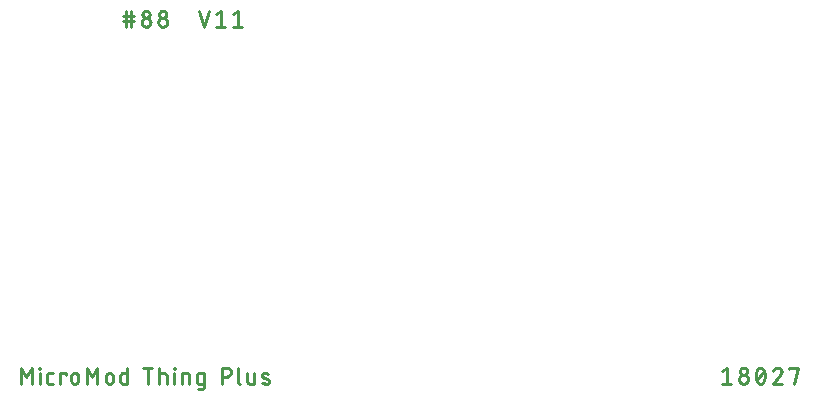
<source format=gto>
G04 EAGLE Gerber RS-274X export*
G75*
%MOMM*%
%FSLAX34Y34*%
%LPD*%
%INSilkscreen Top*%
%IPPOS*%
%AMOC8*
5,1,8,0,0,1.08239X$1,22.5*%
G01*
%ADD10C,0.228600*%


D10*
X178278Y263165D02*
X187338Y263165D01*
X187338Y267695D02*
X178278Y267695D01*
X180543Y272225D02*
X180543Y258636D01*
X185073Y258636D02*
X185073Y272225D01*
X193689Y262410D02*
X193691Y262531D01*
X193697Y262652D01*
X193706Y262772D01*
X193720Y262893D01*
X193737Y263012D01*
X193759Y263132D01*
X193784Y263250D01*
X193812Y263368D01*
X193845Y263484D01*
X193881Y263600D01*
X193921Y263714D01*
X193965Y263827D01*
X194012Y263938D01*
X194063Y264048D01*
X194117Y264156D01*
X194175Y264262D01*
X194236Y264367D01*
X194300Y264469D01*
X194368Y264570D01*
X194439Y264668D01*
X194513Y264764D01*
X194590Y264857D01*
X194669Y264948D01*
X194752Y265036D01*
X194838Y265122D01*
X194926Y265205D01*
X195017Y265284D01*
X195110Y265361D01*
X195206Y265435D01*
X195304Y265506D01*
X195405Y265574D01*
X195507Y265638D01*
X195612Y265699D01*
X195718Y265757D01*
X195826Y265811D01*
X195936Y265862D01*
X196047Y265909D01*
X196160Y265953D01*
X196274Y265993D01*
X196390Y266029D01*
X196506Y266062D01*
X196624Y266090D01*
X196742Y266115D01*
X196862Y266137D01*
X196981Y266154D01*
X197102Y266168D01*
X197222Y266177D01*
X197343Y266183D01*
X197464Y266185D01*
X197585Y266183D01*
X197706Y266177D01*
X197826Y266168D01*
X197947Y266154D01*
X198066Y266137D01*
X198186Y266115D01*
X198304Y266090D01*
X198422Y266062D01*
X198538Y266029D01*
X198654Y265993D01*
X198768Y265953D01*
X198881Y265909D01*
X198992Y265862D01*
X199102Y265811D01*
X199210Y265757D01*
X199316Y265699D01*
X199421Y265638D01*
X199523Y265574D01*
X199624Y265506D01*
X199722Y265435D01*
X199818Y265361D01*
X199911Y265284D01*
X200002Y265205D01*
X200090Y265122D01*
X200176Y265036D01*
X200259Y264948D01*
X200338Y264857D01*
X200415Y264764D01*
X200489Y264668D01*
X200560Y264570D01*
X200628Y264469D01*
X200692Y264367D01*
X200753Y264262D01*
X200811Y264156D01*
X200865Y264048D01*
X200916Y263938D01*
X200963Y263827D01*
X201007Y263714D01*
X201047Y263600D01*
X201083Y263484D01*
X201116Y263368D01*
X201144Y263250D01*
X201169Y263132D01*
X201191Y263012D01*
X201208Y262893D01*
X201222Y262772D01*
X201231Y262652D01*
X201237Y262531D01*
X201239Y262410D01*
X201237Y262289D01*
X201231Y262168D01*
X201222Y262048D01*
X201208Y261927D01*
X201191Y261808D01*
X201169Y261688D01*
X201144Y261570D01*
X201116Y261452D01*
X201083Y261336D01*
X201047Y261220D01*
X201007Y261106D01*
X200963Y260993D01*
X200916Y260882D01*
X200865Y260772D01*
X200811Y260664D01*
X200753Y260558D01*
X200692Y260453D01*
X200628Y260351D01*
X200560Y260250D01*
X200489Y260152D01*
X200415Y260056D01*
X200338Y259963D01*
X200259Y259872D01*
X200176Y259784D01*
X200090Y259698D01*
X200002Y259615D01*
X199911Y259536D01*
X199818Y259459D01*
X199722Y259385D01*
X199624Y259314D01*
X199523Y259246D01*
X199421Y259182D01*
X199316Y259121D01*
X199210Y259063D01*
X199102Y259009D01*
X198992Y258958D01*
X198881Y258911D01*
X198768Y258867D01*
X198654Y258827D01*
X198538Y258791D01*
X198422Y258758D01*
X198304Y258730D01*
X198186Y258705D01*
X198066Y258683D01*
X197947Y258666D01*
X197826Y258652D01*
X197706Y258643D01*
X197585Y258637D01*
X197464Y258635D01*
X197343Y258637D01*
X197222Y258643D01*
X197102Y258652D01*
X196981Y258666D01*
X196862Y258683D01*
X196742Y258705D01*
X196624Y258730D01*
X196506Y258758D01*
X196390Y258791D01*
X196274Y258827D01*
X196160Y258867D01*
X196047Y258911D01*
X195936Y258958D01*
X195826Y259009D01*
X195718Y259063D01*
X195612Y259121D01*
X195507Y259182D01*
X195405Y259246D01*
X195304Y259314D01*
X195206Y259385D01*
X195110Y259459D01*
X195017Y259536D01*
X194926Y259615D01*
X194838Y259698D01*
X194752Y259784D01*
X194669Y259872D01*
X194590Y259963D01*
X194513Y260056D01*
X194439Y260152D01*
X194368Y260250D01*
X194300Y260351D01*
X194236Y260453D01*
X194175Y260558D01*
X194117Y260664D01*
X194063Y260772D01*
X194012Y260882D01*
X193965Y260993D01*
X193921Y261106D01*
X193881Y261220D01*
X193845Y261336D01*
X193812Y261452D01*
X193784Y261570D01*
X193759Y261688D01*
X193737Y261808D01*
X193720Y261927D01*
X193706Y262048D01*
X193697Y262168D01*
X193691Y262289D01*
X193689Y262410D01*
X194444Y269205D02*
X194446Y269314D01*
X194452Y269423D01*
X194462Y269532D01*
X194475Y269640D01*
X194493Y269747D01*
X194515Y269854D01*
X194540Y269960D01*
X194569Y270065D01*
X194602Y270169D01*
X194639Y270272D01*
X194679Y270373D01*
X194723Y270473D01*
X194771Y270571D01*
X194822Y270668D01*
X194876Y270762D01*
X194934Y270854D01*
X194995Y270945D01*
X195060Y271033D01*
X195127Y271118D01*
X195198Y271201D01*
X195271Y271282D01*
X195348Y271360D01*
X195427Y271435D01*
X195509Y271507D01*
X195593Y271576D01*
X195680Y271642D01*
X195769Y271705D01*
X195861Y271764D01*
X195954Y271820D01*
X196049Y271873D01*
X196147Y271923D01*
X196246Y271968D01*
X196346Y272011D01*
X196448Y272049D01*
X196552Y272084D01*
X196656Y272115D01*
X196762Y272142D01*
X196868Y272166D01*
X196975Y272185D01*
X197083Y272201D01*
X197192Y272213D01*
X197301Y272221D01*
X197409Y272225D01*
X197519Y272225D01*
X197627Y272221D01*
X197736Y272213D01*
X197845Y272201D01*
X197953Y272185D01*
X198060Y272166D01*
X198166Y272142D01*
X198272Y272115D01*
X198376Y272084D01*
X198480Y272049D01*
X198582Y272011D01*
X198682Y271968D01*
X198781Y271923D01*
X198879Y271873D01*
X198974Y271820D01*
X199067Y271764D01*
X199159Y271705D01*
X199248Y271642D01*
X199335Y271576D01*
X199419Y271507D01*
X199501Y271435D01*
X199580Y271360D01*
X199657Y271282D01*
X199730Y271201D01*
X199801Y271118D01*
X199868Y271033D01*
X199933Y270945D01*
X199994Y270854D01*
X200052Y270762D01*
X200106Y270668D01*
X200157Y270571D01*
X200205Y270473D01*
X200249Y270373D01*
X200289Y270272D01*
X200326Y270169D01*
X200359Y270065D01*
X200388Y269960D01*
X200413Y269854D01*
X200435Y269747D01*
X200453Y269640D01*
X200466Y269532D01*
X200476Y269423D01*
X200482Y269314D01*
X200484Y269205D01*
X200482Y269096D01*
X200476Y268987D01*
X200466Y268878D01*
X200453Y268770D01*
X200435Y268663D01*
X200413Y268556D01*
X200388Y268450D01*
X200359Y268345D01*
X200326Y268241D01*
X200289Y268138D01*
X200249Y268037D01*
X200205Y267937D01*
X200157Y267839D01*
X200106Y267742D01*
X200052Y267648D01*
X199994Y267556D01*
X199933Y267465D01*
X199868Y267377D01*
X199801Y267292D01*
X199730Y267209D01*
X199657Y267128D01*
X199580Y267050D01*
X199501Y266975D01*
X199419Y266903D01*
X199335Y266834D01*
X199248Y266768D01*
X199159Y266705D01*
X199067Y266646D01*
X198974Y266590D01*
X198879Y266537D01*
X198781Y266487D01*
X198682Y266442D01*
X198582Y266399D01*
X198480Y266361D01*
X198376Y266326D01*
X198272Y266295D01*
X198166Y266268D01*
X198060Y266244D01*
X197953Y266225D01*
X197845Y266209D01*
X197736Y266197D01*
X197627Y266189D01*
X197519Y266185D01*
X197409Y266185D01*
X197301Y266189D01*
X197192Y266197D01*
X197083Y266209D01*
X196975Y266225D01*
X196868Y266244D01*
X196762Y266268D01*
X196656Y266295D01*
X196552Y266326D01*
X196448Y266361D01*
X196346Y266399D01*
X196246Y266442D01*
X196147Y266487D01*
X196049Y266537D01*
X195954Y266590D01*
X195861Y266646D01*
X195769Y266705D01*
X195680Y266768D01*
X195593Y266834D01*
X195509Y266903D01*
X195427Y266975D01*
X195348Y267050D01*
X195271Y267128D01*
X195198Y267209D01*
X195127Y267292D01*
X195060Y267377D01*
X194995Y267465D01*
X194934Y267556D01*
X194876Y267648D01*
X194822Y267742D01*
X194771Y267839D01*
X194723Y267937D01*
X194679Y268037D01*
X194639Y268138D01*
X194602Y268241D01*
X194569Y268345D01*
X194540Y268450D01*
X194515Y268556D01*
X194493Y268663D01*
X194475Y268770D01*
X194462Y268878D01*
X194452Y268987D01*
X194446Y269096D01*
X194444Y269205D01*
X207872Y262410D02*
X207874Y262531D01*
X207880Y262652D01*
X207889Y262772D01*
X207903Y262893D01*
X207920Y263012D01*
X207942Y263132D01*
X207967Y263250D01*
X207995Y263368D01*
X208028Y263484D01*
X208064Y263600D01*
X208104Y263714D01*
X208148Y263827D01*
X208195Y263938D01*
X208246Y264048D01*
X208300Y264156D01*
X208358Y264262D01*
X208419Y264367D01*
X208483Y264469D01*
X208551Y264570D01*
X208622Y264668D01*
X208696Y264764D01*
X208773Y264857D01*
X208852Y264948D01*
X208935Y265036D01*
X209021Y265122D01*
X209109Y265205D01*
X209200Y265284D01*
X209293Y265361D01*
X209389Y265435D01*
X209487Y265506D01*
X209588Y265574D01*
X209690Y265638D01*
X209795Y265699D01*
X209901Y265757D01*
X210009Y265811D01*
X210119Y265862D01*
X210230Y265909D01*
X210343Y265953D01*
X210457Y265993D01*
X210573Y266029D01*
X210689Y266062D01*
X210807Y266090D01*
X210925Y266115D01*
X211045Y266137D01*
X211164Y266154D01*
X211285Y266168D01*
X211405Y266177D01*
X211526Y266183D01*
X211647Y266185D01*
X211768Y266183D01*
X211889Y266177D01*
X212009Y266168D01*
X212130Y266154D01*
X212249Y266137D01*
X212369Y266115D01*
X212487Y266090D01*
X212605Y266062D01*
X212721Y266029D01*
X212837Y265993D01*
X212951Y265953D01*
X213064Y265909D01*
X213175Y265862D01*
X213285Y265811D01*
X213393Y265757D01*
X213499Y265699D01*
X213604Y265638D01*
X213706Y265574D01*
X213807Y265506D01*
X213905Y265435D01*
X214001Y265361D01*
X214094Y265284D01*
X214185Y265205D01*
X214273Y265122D01*
X214359Y265036D01*
X214442Y264948D01*
X214521Y264857D01*
X214598Y264764D01*
X214672Y264668D01*
X214743Y264570D01*
X214811Y264469D01*
X214875Y264367D01*
X214936Y264262D01*
X214994Y264156D01*
X215048Y264048D01*
X215099Y263938D01*
X215146Y263827D01*
X215190Y263714D01*
X215230Y263600D01*
X215266Y263484D01*
X215299Y263368D01*
X215327Y263250D01*
X215352Y263132D01*
X215374Y263012D01*
X215391Y262893D01*
X215405Y262772D01*
X215414Y262652D01*
X215420Y262531D01*
X215422Y262410D01*
X215420Y262289D01*
X215414Y262168D01*
X215405Y262048D01*
X215391Y261927D01*
X215374Y261808D01*
X215352Y261688D01*
X215327Y261570D01*
X215299Y261452D01*
X215266Y261336D01*
X215230Y261220D01*
X215190Y261106D01*
X215146Y260993D01*
X215099Y260882D01*
X215048Y260772D01*
X214994Y260664D01*
X214936Y260558D01*
X214875Y260453D01*
X214811Y260351D01*
X214743Y260250D01*
X214672Y260152D01*
X214598Y260056D01*
X214521Y259963D01*
X214442Y259872D01*
X214359Y259784D01*
X214273Y259698D01*
X214185Y259615D01*
X214094Y259536D01*
X214001Y259459D01*
X213905Y259385D01*
X213807Y259314D01*
X213706Y259246D01*
X213604Y259182D01*
X213499Y259121D01*
X213393Y259063D01*
X213285Y259009D01*
X213175Y258958D01*
X213064Y258911D01*
X212951Y258867D01*
X212837Y258827D01*
X212721Y258791D01*
X212605Y258758D01*
X212487Y258730D01*
X212369Y258705D01*
X212249Y258683D01*
X212130Y258666D01*
X212009Y258652D01*
X211889Y258643D01*
X211768Y258637D01*
X211647Y258635D01*
X211526Y258637D01*
X211405Y258643D01*
X211285Y258652D01*
X211164Y258666D01*
X211045Y258683D01*
X210925Y258705D01*
X210807Y258730D01*
X210689Y258758D01*
X210573Y258791D01*
X210457Y258827D01*
X210343Y258867D01*
X210230Y258911D01*
X210119Y258958D01*
X210009Y259009D01*
X209901Y259063D01*
X209795Y259121D01*
X209690Y259182D01*
X209588Y259246D01*
X209487Y259314D01*
X209389Y259385D01*
X209293Y259459D01*
X209200Y259536D01*
X209109Y259615D01*
X209021Y259698D01*
X208935Y259784D01*
X208852Y259872D01*
X208773Y259963D01*
X208696Y260056D01*
X208622Y260152D01*
X208551Y260250D01*
X208483Y260351D01*
X208419Y260453D01*
X208358Y260558D01*
X208300Y260664D01*
X208246Y260772D01*
X208195Y260882D01*
X208148Y260993D01*
X208104Y261106D01*
X208064Y261220D01*
X208028Y261336D01*
X207995Y261452D01*
X207967Y261570D01*
X207942Y261688D01*
X207920Y261808D01*
X207903Y261927D01*
X207889Y262048D01*
X207880Y262168D01*
X207874Y262289D01*
X207872Y262410D01*
X208627Y269205D02*
X208629Y269314D01*
X208635Y269423D01*
X208645Y269532D01*
X208658Y269640D01*
X208676Y269747D01*
X208698Y269854D01*
X208723Y269960D01*
X208752Y270065D01*
X208785Y270169D01*
X208822Y270272D01*
X208862Y270373D01*
X208906Y270473D01*
X208954Y270571D01*
X209005Y270668D01*
X209059Y270762D01*
X209117Y270854D01*
X209178Y270945D01*
X209243Y271033D01*
X209310Y271118D01*
X209381Y271201D01*
X209454Y271282D01*
X209531Y271360D01*
X209610Y271435D01*
X209692Y271507D01*
X209776Y271576D01*
X209863Y271642D01*
X209952Y271705D01*
X210044Y271764D01*
X210137Y271820D01*
X210232Y271873D01*
X210330Y271923D01*
X210429Y271968D01*
X210529Y272011D01*
X210631Y272049D01*
X210735Y272084D01*
X210839Y272115D01*
X210945Y272142D01*
X211051Y272166D01*
X211158Y272185D01*
X211266Y272201D01*
X211375Y272213D01*
X211484Y272221D01*
X211592Y272225D01*
X211702Y272225D01*
X211810Y272221D01*
X211919Y272213D01*
X212028Y272201D01*
X212136Y272185D01*
X212243Y272166D01*
X212349Y272142D01*
X212455Y272115D01*
X212559Y272084D01*
X212663Y272049D01*
X212765Y272011D01*
X212865Y271968D01*
X212964Y271923D01*
X213062Y271873D01*
X213157Y271820D01*
X213250Y271764D01*
X213342Y271705D01*
X213431Y271642D01*
X213518Y271576D01*
X213602Y271507D01*
X213684Y271435D01*
X213763Y271360D01*
X213840Y271282D01*
X213913Y271201D01*
X213984Y271118D01*
X214051Y271033D01*
X214116Y270945D01*
X214177Y270854D01*
X214235Y270762D01*
X214289Y270668D01*
X214340Y270571D01*
X214388Y270473D01*
X214432Y270373D01*
X214472Y270272D01*
X214509Y270169D01*
X214542Y270065D01*
X214571Y269960D01*
X214596Y269854D01*
X214618Y269747D01*
X214636Y269640D01*
X214649Y269532D01*
X214659Y269423D01*
X214665Y269314D01*
X214667Y269205D01*
X214665Y269096D01*
X214659Y268987D01*
X214649Y268878D01*
X214636Y268770D01*
X214618Y268663D01*
X214596Y268556D01*
X214571Y268450D01*
X214542Y268345D01*
X214509Y268241D01*
X214472Y268138D01*
X214432Y268037D01*
X214388Y267937D01*
X214340Y267839D01*
X214289Y267742D01*
X214235Y267648D01*
X214177Y267556D01*
X214116Y267465D01*
X214051Y267377D01*
X213984Y267292D01*
X213913Y267209D01*
X213840Y267128D01*
X213763Y267050D01*
X213684Y266975D01*
X213602Y266903D01*
X213518Y266834D01*
X213431Y266768D01*
X213342Y266705D01*
X213250Y266646D01*
X213157Y266590D01*
X213062Y266537D01*
X212964Y266487D01*
X212865Y266442D01*
X212765Y266399D01*
X212663Y266361D01*
X212559Y266326D01*
X212455Y266295D01*
X212349Y266268D01*
X212243Y266244D01*
X212136Y266225D01*
X212028Y266209D01*
X211919Y266197D01*
X211810Y266189D01*
X211702Y266185D01*
X211592Y266185D01*
X211484Y266189D01*
X211375Y266197D01*
X211266Y266209D01*
X211158Y266225D01*
X211051Y266244D01*
X210945Y266268D01*
X210839Y266295D01*
X210735Y266326D01*
X210631Y266361D01*
X210529Y266399D01*
X210429Y266442D01*
X210330Y266487D01*
X210232Y266537D01*
X210137Y266590D01*
X210044Y266646D01*
X209952Y266705D01*
X209863Y266768D01*
X209776Y266834D01*
X209692Y266903D01*
X209610Y266975D01*
X209531Y267050D01*
X209454Y267128D01*
X209381Y267209D01*
X209310Y267292D01*
X209243Y267377D01*
X209178Y267465D01*
X209117Y267556D01*
X209059Y267648D01*
X209005Y267742D01*
X208954Y267839D01*
X208906Y267937D01*
X208862Y268037D01*
X208822Y268138D01*
X208785Y268241D01*
X208752Y268345D01*
X208723Y268450D01*
X208698Y268556D01*
X208676Y268663D01*
X208658Y268770D01*
X208645Y268878D01*
X208635Y268987D01*
X208629Y269096D01*
X208627Y269205D01*
X91476Y-30036D02*
X91476Y-43625D01*
X96006Y-37585D02*
X91476Y-30036D01*
X96006Y-37585D02*
X100536Y-30036D01*
X100536Y-43625D01*
X107353Y-43625D02*
X107353Y-34565D01*
X106975Y-30790D02*
X106975Y-30036D01*
X107730Y-30036D01*
X107730Y-30790D01*
X106975Y-30790D01*
X115603Y-43625D02*
X118623Y-43625D01*
X115603Y-43625D02*
X115509Y-43623D01*
X115416Y-43617D01*
X115323Y-43608D01*
X115230Y-43594D01*
X115138Y-43577D01*
X115047Y-43556D01*
X114957Y-43531D01*
X114868Y-43502D01*
X114780Y-43470D01*
X114693Y-43434D01*
X114608Y-43395D01*
X114525Y-43352D01*
X114444Y-43306D01*
X114364Y-43256D01*
X114287Y-43203D01*
X114212Y-43147D01*
X114139Y-43088D01*
X114069Y-43026D01*
X114001Y-42962D01*
X113937Y-42894D01*
X113875Y-42824D01*
X113816Y-42751D01*
X113760Y-42676D01*
X113707Y-42599D01*
X113657Y-42519D01*
X113611Y-42438D01*
X113568Y-42355D01*
X113529Y-42270D01*
X113493Y-42183D01*
X113461Y-42095D01*
X113432Y-42006D01*
X113407Y-41916D01*
X113386Y-41825D01*
X113369Y-41733D01*
X113355Y-41640D01*
X113346Y-41547D01*
X113340Y-41454D01*
X113338Y-41360D01*
X113338Y-36830D01*
X113340Y-36736D01*
X113346Y-36643D01*
X113355Y-36550D01*
X113369Y-36457D01*
X113386Y-36365D01*
X113407Y-36274D01*
X113432Y-36184D01*
X113461Y-36095D01*
X113493Y-36007D01*
X113529Y-35920D01*
X113568Y-35835D01*
X113611Y-35752D01*
X113657Y-35671D01*
X113707Y-35591D01*
X113760Y-35514D01*
X113816Y-35439D01*
X113875Y-35366D01*
X113937Y-35296D01*
X114001Y-35228D01*
X114069Y-35164D01*
X114139Y-35102D01*
X114212Y-35043D01*
X114287Y-34987D01*
X114364Y-34934D01*
X114444Y-34884D01*
X114525Y-34838D01*
X114608Y-34795D01*
X114693Y-34756D01*
X114780Y-34720D01*
X114868Y-34688D01*
X114957Y-34659D01*
X115047Y-34634D01*
X115138Y-34613D01*
X115230Y-34596D01*
X115323Y-34582D01*
X115416Y-34573D01*
X115509Y-34567D01*
X115603Y-34565D01*
X118623Y-34565D01*
X124776Y-34565D02*
X124776Y-43625D01*
X124776Y-34565D02*
X129305Y-34565D01*
X129305Y-36075D01*
X134118Y-37585D02*
X134118Y-40605D01*
X134117Y-37585D02*
X134119Y-37476D01*
X134125Y-37367D01*
X134135Y-37258D01*
X134148Y-37150D01*
X134166Y-37043D01*
X134188Y-36936D01*
X134213Y-36830D01*
X134242Y-36725D01*
X134275Y-36621D01*
X134312Y-36518D01*
X134352Y-36417D01*
X134396Y-36317D01*
X134444Y-36219D01*
X134495Y-36122D01*
X134549Y-36028D01*
X134607Y-35936D01*
X134668Y-35845D01*
X134733Y-35757D01*
X134800Y-35672D01*
X134871Y-35589D01*
X134944Y-35508D01*
X135021Y-35430D01*
X135100Y-35355D01*
X135182Y-35283D01*
X135266Y-35214D01*
X135353Y-35148D01*
X135442Y-35085D01*
X135534Y-35026D01*
X135627Y-34970D01*
X135722Y-34917D01*
X135820Y-34867D01*
X135919Y-34822D01*
X136019Y-34779D01*
X136121Y-34741D01*
X136225Y-34706D01*
X136329Y-34675D01*
X136435Y-34648D01*
X136541Y-34624D01*
X136648Y-34605D01*
X136756Y-34589D01*
X136865Y-34577D01*
X136974Y-34569D01*
X137082Y-34565D01*
X137192Y-34565D01*
X137300Y-34569D01*
X137409Y-34577D01*
X137518Y-34589D01*
X137626Y-34605D01*
X137733Y-34624D01*
X137839Y-34648D01*
X137945Y-34675D01*
X138049Y-34706D01*
X138153Y-34741D01*
X138255Y-34779D01*
X138355Y-34822D01*
X138454Y-34867D01*
X138552Y-34917D01*
X138647Y-34970D01*
X138740Y-35026D01*
X138832Y-35085D01*
X138921Y-35148D01*
X139008Y-35214D01*
X139092Y-35283D01*
X139174Y-35355D01*
X139253Y-35430D01*
X139330Y-35508D01*
X139403Y-35589D01*
X139474Y-35672D01*
X139541Y-35757D01*
X139606Y-35845D01*
X139667Y-35936D01*
X139725Y-36028D01*
X139779Y-36122D01*
X139830Y-36219D01*
X139878Y-36317D01*
X139922Y-36417D01*
X139962Y-36518D01*
X139999Y-36621D01*
X140032Y-36725D01*
X140061Y-36830D01*
X140086Y-36936D01*
X140108Y-37043D01*
X140126Y-37150D01*
X140139Y-37258D01*
X140149Y-37367D01*
X140155Y-37476D01*
X140157Y-37585D01*
X140157Y-40605D01*
X140155Y-40714D01*
X140149Y-40823D01*
X140139Y-40932D01*
X140126Y-41040D01*
X140108Y-41147D01*
X140086Y-41254D01*
X140061Y-41360D01*
X140032Y-41465D01*
X139999Y-41569D01*
X139962Y-41672D01*
X139922Y-41773D01*
X139878Y-41873D01*
X139830Y-41971D01*
X139779Y-42068D01*
X139725Y-42162D01*
X139667Y-42254D01*
X139606Y-42345D01*
X139541Y-42433D01*
X139474Y-42518D01*
X139403Y-42601D01*
X139330Y-42682D01*
X139253Y-42760D01*
X139174Y-42835D01*
X139092Y-42907D01*
X139008Y-42976D01*
X138921Y-43042D01*
X138832Y-43105D01*
X138740Y-43164D01*
X138647Y-43220D01*
X138552Y-43273D01*
X138454Y-43323D01*
X138355Y-43368D01*
X138255Y-43411D01*
X138153Y-43449D01*
X138049Y-43484D01*
X137945Y-43515D01*
X137839Y-43542D01*
X137733Y-43566D01*
X137626Y-43585D01*
X137518Y-43601D01*
X137409Y-43613D01*
X137300Y-43621D01*
X137192Y-43625D01*
X137082Y-43625D01*
X136974Y-43621D01*
X136865Y-43613D01*
X136756Y-43601D01*
X136648Y-43585D01*
X136541Y-43566D01*
X136435Y-43542D01*
X136329Y-43515D01*
X136225Y-43484D01*
X136121Y-43449D01*
X136019Y-43411D01*
X135919Y-43368D01*
X135820Y-43323D01*
X135722Y-43273D01*
X135627Y-43220D01*
X135534Y-43164D01*
X135442Y-43105D01*
X135353Y-43042D01*
X135266Y-42976D01*
X135182Y-42907D01*
X135100Y-42835D01*
X135021Y-42760D01*
X134944Y-42682D01*
X134871Y-42601D01*
X134800Y-42518D01*
X134733Y-42433D01*
X134668Y-42345D01*
X134607Y-42254D01*
X134549Y-42162D01*
X134495Y-42068D01*
X134444Y-41971D01*
X134396Y-41873D01*
X134352Y-41773D01*
X134312Y-41672D01*
X134275Y-41569D01*
X134242Y-41465D01*
X134213Y-41360D01*
X134188Y-41254D01*
X134166Y-41147D01*
X134148Y-41040D01*
X134135Y-40932D01*
X134125Y-40823D01*
X134119Y-40714D01*
X134117Y-40605D01*
X147264Y-43625D02*
X147264Y-30036D01*
X151793Y-37585D01*
X156323Y-30036D01*
X156323Y-43625D01*
X163430Y-40605D02*
X163430Y-37585D01*
X163429Y-37585D02*
X163431Y-37476D01*
X163437Y-37367D01*
X163447Y-37258D01*
X163460Y-37150D01*
X163478Y-37043D01*
X163500Y-36936D01*
X163525Y-36830D01*
X163554Y-36725D01*
X163587Y-36621D01*
X163624Y-36518D01*
X163664Y-36417D01*
X163708Y-36317D01*
X163756Y-36219D01*
X163807Y-36122D01*
X163861Y-36028D01*
X163919Y-35936D01*
X163980Y-35845D01*
X164045Y-35757D01*
X164112Y-35672D01*
X164183Y-35589D01*
X164256Y-35508D01*
X164333Y-35430D01*
X164412Y-35355D01*
X164494Y-35283D01*
X164578Y-35214D01*
X164665Y-35148D01*
X164754Y-35085D01*
X164846Y-35026D01*
X164939Y-34970D01*
X165034Y-34917D01*
X165132Y-34867D01*
X165231Y-34822D01*
X165331Y-34779D01*
X165433Y-34741D01*
X165537Y-34706D01*
X165641Y-34675D01*
X165747Y-34648D01*
X165853Y-34624D01*
X165960Y-34605D01*
X166068Y-34589D01*
X166177Y-34577D01*
X166286Y-34569D01*
X166394Y-34565D01*
X166504Y-34565D01*
X166612Y-34569D01*
X166721Y-34577D01*
X166830Y-34589D01*
X166938Y-34605D01*
X167045Y-34624D01*
X167151Y-34648D01*
X167257Y-34675D01*
X167361Y-34706D01*
X167465Y-34741D01*
X167567Y-34779D01*
X167667Y-34822D01*
X167766Y-34867D01*
X167864Y-34917D01*
X167959Y-34970D01*
X168052Y-35026D01*
X168144Y-35085D01*
X168233Y-35148D01*
X168320Y-35214D01*
X168404Y-35283D01*
X168486Y-35355D01*
X168565Y-35430D01*
X168642Y-35508D01*
X168715Y-35589D01*
X168786Y-35672D01*
X168853Y-35757D01*
X168918Y-35845D01*
X168979Y-35936D01*
X169037Y-36028D01*
X169091Y-36122D01*
X169142Y-36219D01*
X169190Y-36317D01*
X169234Y-36417D01*
X169274Y-36518D01*
X169311Y-36621D01*
X169344Y-36725D01*
X169373Y-36830D01*
X169398Y-36936D01*
X169420Y-37043D01*
X169438Y-37150D01*
X169451Y-37258D01*
X169461Y-37367D01*
X169467Y-37476D01*
X169469Y-37585D01*
X169469Y-40605D01*
X169467Y-40714D01*
X169461Y-40823D01*
X169451Y-40932D01*
X169438Y-41040D01*
X169420Y-41147D01*
X169398Y-41254D01*
X169373Y-41360D01*
X169344Y-41465D01*
X169311Y-41569D01*
X169274Y-41672D01*
X169234Y-41773D01*
X169190Y-41873D01*
X169142Y-41971D01*
X169091Y-42068D01*
X169037Y-42162D01*
X168979Y-42254D01*
X168918Y-42345D01*
X168853Y-42433D01*
X168786Y-42518D01*
X168715Y-42601D01*
X168642Y-42682D01*
X168565Y-42760D01*
X168486Y-42835D01*
X168404Y-42907D01*
X168320Y-42976D01*
X168233Y-43042D01*
X168144Y-43105D01*
X168052Y-43164D01*
X167959Y-43220D01*
X167864Y-43273D01*
X167766Y-43323D01*
X167667Y-43368D01*
X167567Y-43411D01*
X167465Y-43449D01*
X167361Y-43484D01*
X167257Y-43515D01*
X167151Y-43542D01*
X167045Y-43566D01*
X166938Y-43585D01*
X166830Y-43601D01*
X166721Y-43613D01*
X166612Y-43621D01*
X166504Y-43625D01*
X166394Y-43625D01*
X166286Y-43621D01*
X166177Y-43613D01*
X166068Y-43601D01*
X165960Y-43585D01*
X165853Y-43566D01*
X165747Y-43542D01*
X165641Y-43515D01*
X165537Y-43484D01*
X165433Y-43449D01*
X165331Y-43411D01*
X165231Y-43368D01*
X165132Y-43323D01*
X165034Y-43273D01*
X164939Y-43220D01*
X164846Y-43164D01*
X164754Y-43105D01*
X164665Y-43042D01*
X164578Y-42976D01*
X164494Y-42907D01*
X164412Y-42835D01*
X164333Y-42760D01*
X164256Y-42682D01*
X164183Y-42601D01*
X164112Y-42518D01*
X164045Y-42433D01*
X163980Y-42345D01*
X163919Y-42254D01*
X163861Y-42162D01*
X163807Y-42068D01*
X163756Y-41971D01*
X163708Y-41873D01*
X163664Y-41773D01*
X163624Y-41672D01*
X163587Y-41569D01*
X163554Y-41465D01*
X163525Y-41360D01*
X163500Y-41254D01*
X163478Y-41147D01*
X163460Y-41040D01*
X163447Y-40932D01*
X163437Y-40823D01*
X163431Y-40714D01*
X163429Y-40605D01*
X181662Y-43625D02*
X181662Y-30036D01*
X181662Y-43625D02*
X177887Y-43625D01*
X177793Y-43623D01*
X177700Y-43617D01*
X177607Y-43608D01*
X177514Y-43594D01*
X177422Y-43577D01*
X177331Y-43556D01*
X177241Y-43531D01*
X177152Y-43502D01*
X177064Y-43470D01*
X176977Y-43434D01*
X176892Y-43395D01*
X176809Y-43352D01*
X176728Y-43306D01*
X176648Y-43256D01*
X176571Y-43203D01*
X176496Y-43147D01*
X176423Y-43088D01*
X176353Y-43026D01*
X176285Y-42962D01*
X176221Y-42894D01*
X176159Y-42824D01*
X176100Y-42751D01*
X176044Y-42676D01*
X175991Y-42599D01*
X175941Y-42519D01*
X175895Y-42438D01*
X175852Y-42355D01*
X175813Y-42270D01*
X175777Y-42183D01*
X175745Y-42095D01*
X175716Y-42006D01*
X175691Y-41916D01*
X175670Y-41825D01*
X175653Y-41733D01*
X175639Y-41640D01*
X175630Y-41547D01*
X175624Y-41454D01*
X175622Y-41360D01*
X175622Y-36830D01*
X175624Y-36736D01*
X175630Y-36643D01*
X175639Y-36550D01*
X175653Y-36457D01*
X175670Y-36365D01*
X175691Y-36274D01*
X175716Y-36184D01*
X175745Y-36095D01*
X175777Y-36007D01*
X175813Y-35920D01*
X175852Y-35835D01*
X175895Y-35752D01*
X175941Y-35671D01*
X175991Y-35591D01*
X176044Y-35514D01*
X176100Y-35439D01*
X176159Y-35366D01*
X176221Y-35296D01*
X176285Y-35228D01*
X176353Y-35164D01*
X176423Y-35102D01*
X176496Y-35043D01*
X176571Y-34987D01*
X176648Y-34934D01*
X176728Y-34884D01*
X176809Y-34838D01*
X176892Y-34795D01*
X176977Y-34756D01*
X177064Y-34720D01*
X177152Y-34688D01*
X177241Y-34659D01*
X177331Y-34634D01*
X177422Y-34613D01*
X177514Y-34596D01*
X177607Y-34582D01*
X177700Y-34573D01*
X177793Y-34567D01*
X177887Y-34565D01*
X181662Y-34565D01*
X199071Y-30036D02*
X199071Y-43625D01*
X195296Y-30036D02*
X202846Y-30036D01*
X208816Y-30036D02*
X208816Y-43625D01*
X208816Y-34565D02*
X212591Y-34565D01*
X212685Y-34567D01*
X212778Y-34573D01*
X212871Y-34582D01*
X212964Y-34596D01*
X213056Y-34613D01*
X213147Y-34634D01*
X213237Y-34659D01*
X213326Y-34688D01*
X213414Y-34720D01*
X213501Y-34756D01*
X213586Y-34795D01*
X213669Y-34838D01*
X213750Y-34884D01*
X213830Y-34934D01*
X213907Y-34987D01*
X213982Y-35043D01*
X214055Y-35102D01*
X214125Y-35164D01*
X214193Y-35228D01*
X214257Y-35296D01*
X214319Y-35366D01*
X214378Y-35439D01*
X214434Y-35514D01*
X214487Y-35591D01*
X214537Y-35671D01*
X214583Y-35752D01*
X214626Y-35835D01*
X214665Y-35920D01*
X214701Y-36007D01*
X214733Y-36095D01*
X214762Y-36184D01*
X214787Y-36274D01*
X214808Y-36365D01*
X214825Y-36457D01*
X214839Y-36550D01*
X214848Y-36643D01*
X214854Y-36736D01*
X214856Y-36830D01*
X214856Y-43625D01*
X221291Y-43625D02*
X221291Y-34565D01*
X220914Y-30790D02*
X220914Y-30036D01*
X221669Y-30036D01*
X221669Y-30790D01*
X220914Y-30790D01*
X227727Y-34565D02*
X227727Y-43625D01*
X227727Y-34565D02*
X231502Y-34565D01*
X231596Y-34567D01*
X231689Y-34573D01*
X231782Y-34582D01*
X231875Y-34596D01*
X231967Y-34613D01*
X232058Y-34634D01*
X232148Y-34659D01*
X232237Y-34688D01*
X232325Y-34720D01*
X232412Y-34756D01*
X232497Y-34795D01*
X232580Y-34838D01*
X232661Y-34884D01*
X232741Y-34934D01*
X232818Y-34987D01*
X232893Y-35043D01*
X232966Y-35102D01*
X233036Y-35164D01*
X233104Y-35228D01*
X233168Y-35296D01*
X233230Y-35366D01*
X233289Y-35439D01*
X233345Y-35514D01*
X233398Y-35591D01*
X233448Y-35671D01*
X233494Y-35752D01*
X233537Y-35835D01*
X233576Y-35920D01*
X233612Y-36007D01*
X233644Y-36095D01*
X233673Y-36184D01*
X233698Y-36274D01*
X233719Y-36365D01*
X233736Y-36457D01*
X233750Y-36550D01*
X233759Y-36643D01*
X233765Y-36736D01*
X233767Y-36830D01*
X233767Y-43625D01*
X242657Y-43625D02*
X246432Y-43625D01*
X242657Y-43625D02*
X242563Y-43623D01*
X242470Y-43617D01*
X242377Y-43608D01*
X242284Y-43594D01*
X242192Y-43577D01*
X242101Y-43556D01*
X242011Y-43531D01*
X241922Y-43502D01*
X241834Y-43470D01*
X241747Y-43434D01*
X241662Y-43395D01*
X241579Y-43352D01*
X241498Y-43306D01*
X241418Y-43256D01*
X241341Y-43203D01*
X241266Y-43147D01*
X241193Y-43088D01*
X241123Y-43026D01*
X241055Y-42962D01*
X240991Y-42894D01*
X240929Y-42824D01*
X240870Y-42751D01*
X240814Y-42676D01*
X240761Y-42599D01*
X240711Y-42519D01*
X240665Y-42438D01*
X240622Y-42355D01*
X240583Y-42270D01*
X240547Y-42183D01*
X240515Y-42095D01*
X240486Y-42006D01*
X240461Y-41916D01*
X240440Y-41825D01*
X240423Y-41733D01*
X240409Y-41640D01*
X240400Y-41547D01*
X240394Y-41454D01*
X240392Y-41360D01*
X240392Y-36830D01*
X240394Y-36736D01*
X240400Y-36643D01*
X240409Y-36550D01*
X240423Y-36457D01*
X240440Y-36365D01*
X240461Y-36274D01*
X240486Y-36184D01*
X240515Y-36095D01*
X240547Y-36007D01*
X240583Y-35920D01*
X240622Y-35835D01*
X240665Y-35752D01*
X240711Y-35671D01*
X240761Y-35591D01*
X240814Y-35514D01*
X240870Y-35439D01*
X240929Y-35366D01*
X240991Y-35296D01*
X241055Y-35228D01*
X241123Y-35164D01*
X241193Y-35102D01*
X241266Y-35043D01*
X241341Y-34987D01*
X241418Y-34934D01*
X241498Y-34884D01*
X241579Y-34838D01*
X241662Y-34795D01*
X241747Y-34756D01*
X241834Y-34720D01*
X241922Y-34688D01*
X242011Y-34659D01*
X242101Y-34634D01*
X242192Y-34613D01*
X242284Y-34596D01*
X242377Y-34582D01*
X242470Y-34573D01*
X242563Y-34567D01*
X242657Y-34565D01*
X246432Y-34565D01*
X246432Y-45889D01*
X246430Y-45983D01*
X246424Y-46076D01*
X246415Y-46169D01*
X246401Y-46262D01*
X246384Y-46354D01*
X246363Y-46445D01*
X246338Y-46535D01*
X246309Y-46624D01*
X246277Y-46712D01*
X246241Y-46799D01*
X246202Y-46884D01*
X246159Y-46967D01*
X246113Y-47048D01*
X246063Y-47128D01*
X246010Y-47205D01*
X245954Y-47280D01*
X245895Y-47353D01*
X245833Y-47423D01*
X245769Y-47491D01*
X245701Y-47555D01*
X245631Y-47617D01*
X245558Y-47676D01*
X245483Y-47732D01*
X245406Y-47785D01*
X245326Y-47835D01*
X245245Y-47881D01*
X245162Y-47924D01*
X245077Y-47963D01*
X244990Y-47999D01*
X244902Y-48031D01*
X244813Y-48060D01*
X244723Y-48085D01*
X244632Y-48106D01*
X244540Y-48123D01*
X244447Y-48137D01*
X244354Y-48146D01*
X244261Y-48152D01*
X244167Y-48154D01*
X241147Y-48154D01*
X261772Y-43625D02*
X261772Y-30036D01*
X265546Y-30036D01*
X265546Y-30035D02*
X265667Y-30037D01*
X265788Y-30043D01*
X265908Y-30052D01*
X266029Y-30066D01*
X266148Y-30083D01*
X266268Y-30105D01*
X266386Y-30130D01*
X266504Y-30158D01*
X266620Y-30191D01*
X266736Y-30227D01*
X266850Y-30267D01*
X266963Y-30311D01*
X267074Y-30358D01*
X267184Y-30409D01*
X267292Y-30463D01*
X267398Y-30521D01*
X267503Y-30582D01*
X267605Y-30646D01*
X267706Y-30714D01*
X267804Y-30785D01*
X267900Y-30859D01*
X267993Y-30936D01*
X268084Y-31015D01*
X268172Y-31098D01*
X268258Y-31184D01*
X268341Y-31272D01*
X268420Y-31363D01*
X268497Y-31456D01*
X268571Y-31552D01*
X268642Y-31650D01*
X268710Y-31751D01*
X268774Y-31853D01*
X268835Y-31958D01*
X268893Y-32064D01*
X268947Y-32172D01*
X268998Y-32282D01*
X269045Y-32393D01*
X269089Y-32506D01*
X269129Y-32620D01*
X269165Y-32736D01*
X269198Y-32852D01*
X269226Y-32970D01*
X269251Y-33088D01*
X269273Y-33208D01*
X269290Y-33327D01*
X269304Y-33448D01*
X269313Y-33568D01*
X269319Y-33689D01*
X269321Y-33810D01*
X269319Y-33931D01*
X269313Y-34052D01*
X269304Y-34172D01*
X269290Y-34293D01*
X269273Y-34412D01*
X269251Y-34532D01*
X269226Y-34650D01*
X269198Y-34768D01*
X269165Y-34884D01*
X269129Y-35000D01*
X269089Y-35114D01*
X269045Y-35227D01*
X268998Y-35338D01*
X268947Y-35448D01*
X268893Y-35556D01*
X268835Y-35662D01*
X268774Y-35767D01*
X268710Y-35869D01*
X268642Y-35970D01*
X268571Y-36068D01*
X268497Y-36164D01*
X268420Y-36257D01*
X268341Y-36348D01*
X268258Y-36436D01*
X268172Y-36522D01*
X268084Y-36605D01*
X267993Y-36684D01*
X267900Y-36761D01*
X267804Y-36835D01*
X267706Y-36906D01*
X267605Y-36974D01*
X267503Y-37038D01*
X267398Y-37099D01*
X267292Y-37157D01*
X267184Y-37211D01*
X267074Y-37262D01*
X266963Y-37309D01*
X266850Y-37353D01*
X266736Y-37393D01*
X266620Y-37429D01*
X266504Y-37462D01*
X266386Y-37490D01*
X266268Y-37515D01*
X266148Y-37537D01*
X266029Y-37554D01*
X265908Y-37568D01*
X265788Y-37577D01*
X265667Y-37583D01*
X265546Y-37585D01*
X261772Y-37585D01*
X275087Y-41360D02*
X275087Y-30036D01*
X275087Y-41360D02*
X275089Y-41454D01*
X275095Y-41547D01*
X275104Y-41640D01*
X275118Y-41733D01*
X275135Y-41825D01*
X275156Y-41916D01*
X275181Y-42006D01*
X275210Y-42095D01*
X275242Y-42183D01*
X275278Y-42270D01*
X275317Y-42355D01*
X275360Y-42438D01*
X275406Y-42519D01*
X275456Y-42599D01*
X275509Y-42676D01*
X275565Y-42751D01*
X275624Y-42824D01*
X275686Y-42894D01*
X275750Y-42962D01*
X275818Y-43026D01*
X275888Y-43088D01*
X275961Y-43147D01*
X276036Y-43203D01*
X276113Y-43256D01*
X276193Y-43306D01*
X276274Y-43352D01*
X276357Y-43395D01*
X276442Y-43434D01*
X276529Y-43470D01*
X276617Y-43502D01*
X276706Y-43531D01*
X276796Y-43556D01*
X276887Y-43577D01*
X276979Y-43594D01*
X277072Y-43608D01*
X277165Y-43617D01*
X277258Y-43623D01*
X277352Y-43625D01*
X283042Y-41360D02*
X283042Y-34565D01*
X283042Y-41360D02*
X283044Y-41454D01*
X283050Y-41547D01*
X283059Y-41640D01*
X283073Y-41733D01*
X283090Y-41825D01*
X283111Y-41916D01*
X283136Y-42006D01*
X283165Y-42095D01*
X283197Y-42183D01*
X283233Y-42270D01*
X283272Y-42355D01*
X283315Y-42438D01*
X283361Y-42519D01*
X283411Y-42599D01*
X283464Y-42676D01*
X283520Y-42751D01*
X283579Y-42824D01*
X283641Y-42894D01*
X283705Y-42962D01*
X283773Y-43026D01*
X283843Y-43088D01*
X283916Y-43147D01*
X283991Y-43203D01*
X284068Y-43256D01*
X284148Y-43306D01*
X284229Y-43352D01*
X284312Y-43395D01*
X284397Y-43434D01*
X284484Y-43470D01*
X284572Y-43502D01*
X284661Y-43531D01*
X284751Y-43556D01*
X284842Y-43577D01*
X284934Y-43594D01*
X285027Y-43608D01*
X285120Y-43617D01*
X285213Y-43623D01*
X285307Y-43625D01*
X289081Y-43625D01*
X289081Y-34565D01*
X296939Y-38340D02*
X300714Y-39850D01*
X296939Y-38339D02*
X296859Y-38305D01*
X296780Y-38267D01*
X296702Y-38225D01*
X296627Y-38181D01*
X296554Y-38132D01*
X296483Y-38081D01*
X296414Y-38027D01*
X296348Y-37969D01*
X296285Y-37909D01*
X296224Y-37845D01*
X296167Y-37780D01*
X296112Y-37711D01*
X296060Y-37640D01*
X296012Y-37567D01*
X295967Y-37492D01*
X295925Y-37415D01*
X295887Y-37337D01*
X295852Y-37256D01*
X295821Y-37174D01*
X295794Y-37091D01*
X295770Y-37007D01*
X295750Y-36921D01*
X295734Y-36835D01*
X295722Y-36748D01*
X295714Y-36661D01*
X295710Y-36574D01*
X295709Y-36486D01*
X295713Y-36399D01*
X295720Y-36311D01*
X295732Y-36224D01*
X295747Y-36138D01*
X295766Y-36053D01*
X295789Y-35968D01*
X295816Y-35885D01*
X295846Y-35803D01*
X295880Y-35722D01*
X295918Y-35643D01*
X295959Y-35565D01*
X296003Y-35490D01*
X296051Y-35417D01*
X296102Y-35345D01*
X296156Y-35277D01*
X296214Y-35210D01*
X296274Y-35147D01*
X296337Y-35086D01*
X296402Y-35028D01*
X296471Y-34973D01*
X296541Y-34921D01*
X296614Y-34872D01*
X296689Y-34826D01*
X296766Y-34784D01*
X296844Y-34746D01*
X296925Y-34711D01*
X297006Y-34680D01*
X297089Y-34652D01*
X297174Y-34628D01*
X297259Y-34608D01*
X297345Y-34592D01*
X297432Y-34579D01*
X297519Y-34571D01*
X297606Y-34566D01*
X297694Y-34565D01*
X297695Y-34565D02*
X297901Y-34570D01*
X298106Y-34581D01*
X298312Y-34596D01*
X298517Y-34616D01*
X298722Y-34641D01*
X298926Y-34672D01*
X299129Y-34707D01*
X299331Y-34746D01*
X299532Y-34791D01*
X299733Y-34841D01*
X299931Y-34895D01*
X300129Y-34954D01*
X300325Y-35018D01*
X300519Y-35087D01*
X300712Y-35160D01*
X300903Y-35237D01*
X301092Y-35320D01*
X300714Y-39850D02*
X300794Y-39884D01*
X300873Y-39922D01*
X300951Y-39964D01*
X301026Y-40008D01*
X301099Y-40057D01*
X301170Y-40108D01*
X301239Y-40162D01*
X301305Y-40220D01*
X301368Y-40280D01*
X301429Y-40344D01*
X301486Y-40409D01*
X301541Y-40478D01*
X301593Y-40549D01*
X301641Y-40622D01*
X301686Y-40697D01*
X301728Y-40774D01*
X301766Y-40852D01*
X301801Y-40933D01*
X301832Y-41015D01*
X301859Y-41098D01*
X301883Y-41182D01*
X301903Y-41268D01*
X301919Y-41354D01*
X301931Y-41441D01*
X301939Y-41528D01*
X301943Y-41615D01*
X301944Y-41703D01*
X301940Y-41790D01*
X301933Y-41878D01*
X301921Y-41965D01*
X301906Y-42051D01*
X301887Y-42136D01*
X301864Y-42221D01*
X301837Y-42304D01*
X301807Y-42386D01*
X301773Y-42467D01*
X301735Y-42546D01*
X301694Y-42624D01*
X301650Y-42699D01*
X301602Y-42772D01*
X301551Y-42844D01*
X301497Y-42912D01*
X301439Y-42979D01*
X301379Y-43042D01*
X301316Y-43103D01*
X301251Y-43161D01*
X301182Y-43216D01*
X301112Y-43268D01*
X301039Y-43317D01*
X300964Y-43363D01*
X300887Y-43405D01*
X300809Y-43443D01*
X300728Y-43478D01*
X300647Y-43509D01*
X300564Y-43537D01*
X300479Y-43561D01*
X300394Y-43581D01*
X300308Y-43597D01*
X300221Y-43610D01*
X300134Y-43618D01*
X300047Y-43623D01*
X299959Y-43624D01*
X299959Y-43625D02*
X299656Y-43617D01*
X299354Y-43602D01*
X299052Y-43580D01*
X298750Y-43550D01*
X298450Y-43514D01*
X298150Y-43470D01*
X297852Y-43419D01*
X297554Y-43362D01*
X297258Y-43297D01*
X296964Y-43225D01*
X296672Y-43147D01*
X296381Y-43061D01*
X296093Y-42969D01*
X295807Y-42870D01*
X685409Y-33055D02*
X689184Y-30036D01*
X689184Y-43625D01*
X692958Y-43625D02*
X685409Y-43625D01*
X699592Y-39850D02*
X699594Y-39729D01*
X699600Y-39608D01*
X699609Y-39488D01*
X699623Y-39367D01*
X699640Y-39248D01*
X699662Y-39128D01*
X699687Y-39010D01*
X699715Y-38892D01*
X699748Y-38776D01*
X699784Y-38660D01*
X699824Y-38546D01*
X699868Y-38433D01*
X699915Y-38322D01*
X699966Y-38212D01*
X700020Y-38104D01*
X700078Y-37998D01*
X700139Y-37893D01*
X700203Y-37791D01*
X700271Y-37690D01*
X700342Y-37592D01*
X700416Y-37496D01*
X700493Y-37403D01*
X700572Y-37312D01*
X700655Y-37224D01*
X700741Y-37138D01*
X700829Y-37055D01*
X700920Y-36976D01*
X701013Y-36899D01*
X701109Y-36825D01*
X701207Y-36754D01*
X701308Y-36686D01*
X701410Y-36622D01*
X701515Y-36561D01*
X701621Y-36503D01*
X701729Y-36449D01*
X701839Y-36398D01*
X701950Y-36351D01*
X702063Y-36307D01*
X702177Y-36267D01*
X702293Y-36231D01*
X702409Y-36198D01*
X702527Y-36170D01*
X702645Y-36145D01*
X702765Y-36123D01*
X702884Y-36106D01*
X703005Y-36092D01*
X703125Y-36083D01*
X703246Y-36077D01*
X703367Y-36075D01*
X703488Y-36077D01*
X703609Y-36083D01*
X703729Y-36092D01*
X703850Y-36106D01*
X703969Y-36123D01*
X704089Y-36145D01*
X704207Y-36170D01*
X704325Y-36198D01*
X704441Y-36231D01*
X704557Y-36267D01*
X704671Y-36307D01*
X704784Y-36351D01*
X704895Y-36398D01*
X705005Y-36449D01*
X705113Y-36503D01*
X705219Y-36561D01*
X705324Y-36622D01*
X705426Y-36686D01*
X705527Y-36754D01*
X705625Y-36825D01*
X705721Y-36899D01*
X705814Y-36976D01*
X705905Y-37055D01*
X705993Y-37138D01*
X706079Y-37224D01*
X706162Y-37312D01*
X706241Y-37403D01*
X706318Y-37496D01*
X706392Y-37592D01*
X706463Y-37690D01*
X706531Y-37791D01*
X706595Y-37893D01*
X706656Y-37998D01*
X706714Y-38104D01*
X706768Y-38212D01*
X706819Y-38322D01*
X706866Y-38433D01*
X706910Y-38546D01*
X706950Y-38660D01*
X706986Y-38776D01*
X707019Y-38892D01*
X707047Y-39010D01*
X707072Y-39128D01*
X707094Y-39248D01*
X707111Y-39367D01*
X707125Y-39488D01*
X707134Y-39608D01*
X707140Y-39729D01*
X707142Y-39850D01*
X707140Y-39971D01*
X707134Y-40092D01*
X707125Y-40212D01*
X707111Y-40333D01*
X707094Y-40452D01*
X707072Y-40572D01*
X707047Y-40690D01*
X707019Y-40808D01*
X706986Y-40924D01*
X706950Y-41040D01*
X706910Y-41154D01*
X706866Y-41267D01*
X706819Y-41378D01*
X706768Y-41488D01*
X706714Y-41596D01*
X706656Y-41702D01*
X706595Y-41807D01*
X706531Y-41909D01*
X706463Y-42010D01*
X706392Y-42108D01*
X706318Y-42204D01*
X706241Y-42297D01*
X706162Y-42388D01*
X706079Y-42476D01*
X705993Y-42562D01*
X705905Y-42645D01*
X705814Y-42724D01*
X705721Y-42801D01*
X705625Y-42875D01*
X705527Y-42946D01*
X705426Y-43014D01*
X705324Y-43078D01*
X705219Y-43139D01*
X705113Y-43197D01*
X705005Y-43251D01*
X704895Y-43302D01*
X704784Y-43349D01*
X704671Y-43393D01*
X704557Y-43433D01*
X704441Y-43469D01*
X704325Y-43502D01*
X704207Y-43530D01*
X704089Y-43555D01*
X703969Y-43577D01*
X703850Y-43594D01*
X703729Y-43608D01*
X703609Y-43617D01*
X703488Y-43623D01*
X703367Y-43625D01*
X703246Y-43623D01*
X703125Y-43617D01*
X703005Y-43608D01*
X702884Y-43594D01*
X702765Y-43577D01*
X702645Y-43555D01*
X702527Y-43530D01*
X702409Y-43502D01*
X702293Y-43469D01*
X702177Y-43433D01*
X702063Y-43393D01*
X701950Y-43349D01*
X701839Y-43302D01*
X701729Y-43251D01*
X701621Y-43197D01*
X701515Y-43139D01*
X701410Y-43078D01*
X701308Y-43014D01*
X701207Y-42946D01*
X701109Y-42875D01*
X701013Y-42801D01*
X700920Y-42724D01*
X700829Y-42645D01*
X700741Y-42562D01*
X700655Y-42476D01*
X700572Y-42388D01*
X700493Y-42297D01*
X700416Y-42204D01*
X700342Y-42108D01*
X700271Y-42010D01*
X700203Y-41909D01*
X700139Y-41807D01*
X700078Y-41702D01*
X700020Y-41596D01*
X699966Y-41488D01*
X699915Y-41378D01*
X699868Y-41267D01*
X699824Y-41154D01*
X699784Y-41040D01*
X699748Y-40924D01*
X699715Y-40808D01*
X699687Y-40690D01*
X699662Y-40572D01*
X699640Y-40452D01*
X699623Y-40333D01*
X699609Y-40212D01*
X699600Y-40092D01*
X699594Y-39971D01*
X699592Y-39850D01*
X700347Y-33055D02*
X700349Y-32946D01*
X700355Y-32837D01*
X700365Y-32728D01*
X700378Y-32620D01*
X700396Y-32513D01*
X700418Y-32406D01*
X700443Y-32300D01*
X700472Y-32195D01*
X700505Y-32091D01*
X700542Y-31988D01*
X700582Y-31887D01*
X700626Y-31787D01*
X700674Y-31689D01*
X700725Y-31592D01*
X700779Y-31498D01*
X700837Y-31406D01*
X700898Y-31315D01*
X700963Y-31227D01*
X701030Y-31142D01*
X701101Y-31059D01*
X701174Y-30978D01*
X701251Y-30900D01*
X701330Y-30825D01*
X701412Y-30753D01*
X701496Y-30684D01*
X701583Y-30618D01*
X701672Y-30555D01*
X701764Y-30496D01*
X701857Y-30440D01*
X701952Y-30387D01*
X702050Y-30337D01*
X702149Y-30292D01*
X702249Y-30249D01*
X702351Y-30211D01*
X702455Y-30176D01*
X702559Y-30145D01*
X702665Y-30118D01*
X702771Y-30094D01*
X702878Y-30075D01*
X702986Y-30059D01*
X703095Y-30047D01*
X703204Y-30039D01*
X703312Y-30035D01*
X703422Y-30035D01*
X703530Y-30039D01*
X703639Y-30047D01*
X703748Y-30059D01*
X703856Y-30075D01*
X703963Y-30094D01*
X704069Y-30118D01*
X704175Y-30145D01*
X704279Y-30176D01*
X704383Y-30211D01*
X704485Y-30249D01*
X704585Y-30292D01*
X704684Y-30337D01*
X704782Y-30387D01*
X704877Y-30440D01*
X704970Y-30496D01*
X705062Y-30555D01*
X705151Y-30618D01*
X705238Y-30684D01*
X705322Y-30753D01*
X705404Y-30825D01*
X705483Y-30900D01*
X705560Y-30978D01*
X705633Y-31059D01*
X705704Y-31142D01*
X705771Y-31227D01*
X705836Y-31315D01*
X705897Y-31406D01*
X705955Y-31498D01*
X706009Y-31592D01*
X706060Y-31689D01*
X706108Y-31787D01*
X706152Y-31887D01*
X706192Y-31988D01*
X706229Y-32091D01*
X706262Y-32195D01*
X706291Y-32300D01*
X706316Y-32406D01*
X706338Y-32513D01*
X706356Y-32620D01*
X706369Y-32728D01*
X706379Y-32837D01*
X706385Y-32946D01*
X706387Y-33055D01*
X706385Y-33164D01*
X706379Y-33273D01*
X706369Y-33382D01*
X706356Y-33490D01*
X706338Y-33597D01*
X706316Y-33704D01*
X706291Y-33810D01*
X706262Y-33915D01*
X706229Y-34019D01*
X706192Y-34122D01*
X706152Y-34223D01*
X706108Y-34323D01*
X706060Y-34421D01*
X706009Y-34518D01*
X705955Y-34612D01*
X705897Y-34704D01*
X705836Y-34795D01*
X705771Y-34883D01*
X705704Y-34968D01*
X705633Y-35051D01*
X705560Y-35132D01*
X705483Y-35210D01*
X705404Y-35285D01*
X705322Y-35357D01*
X705238Y-35426D01*
X705151Y-35492D01*
X705062Y-35555D01*
X704970Y-35614D01*
X704877Y-35670D01*
X704782Y-35723D01*
X704684Y-35773D01*
X704585Y-35818D01*
X704485Y-35861D01*
X704383Y-35899D01*
X704279Y-35934D01*
X704175Y-35965D01*
X704069Y-35992D01*
X703963Y-36016D01*
X703856Y-36035D01*
X703748Y-36051D01*
X703639Y-36063D01*
X703530Y-36071D01*
X703422Y-36075D01*
X703312Y-36075D01*
X703204Y-36071D01*
X703095Y-36063D01*
X702986Y-36051D01*
X702878Y-36035D01*
X702771Y-36016D01*
X702665Y-35992D01*
X702559Y-35965D01*
X702455Y-35934D01*
X702351Y-35899D01*
X702249Y-35861D01*
X702149Y-35818D01*
X702050Y-35773D01*
X701952Y-35723D01*
X701857Y-35670D01*
X701764Y-35614D01*
X701672Y-35555D01*
X701583Y-35492D01*
X701496Y-35426D01*
X701412Y-35357D01*
X701330Y-35285D01*
X701251Y-35210D01*
X701174Y-35132D01*
X701101Y-35051D01*
X701030Y-34968D01*
X700963Y-34883D01*
X700898Y-34795D01*
X700837Y-34704D01*
X700779Y-34612D01*
X700725Y-34518D01*
X700674Y-34421D01*
X700626Y-34323D01*
X700582Y-34223D01*
X700542Y-34122D01*
X700505Y-34019D01*
X700472Y-33915D01*
X700443Y-33810D01*
X700418Y-33704D01*
X700396Y-33597D01*
X700378Y-33490D01*
X700365Y-33382D01*
X700355Y-33273D01*
X700349Y-33164D01*
X700347Y-33055D01*
X713776Y-36830D02*
X713779Y-36563D01*
X713789Y-36296D01*
X713805Y-36029D01*
X713827Y-35762D01*
X713856Y-35496D01*
X713891Y-35231D01*
X713932Y-34967D01*
X713980Y-34704D01*
X714033Y-34442D01*
X714094Y-34182D01*
X714160Y-33923D01*
X714232Y-33666D01*
X714311Y-33410D01*
X714396Y-33157D01*
X714486Y-32905D01*
X714583Y-32656D01*
X714686Y-32409D01*
X714794Y-32165D01*
X714908Y-31923D01*
X714944Y-31825D01*
X714983Y-31727D01*
X715027Y-31632D01*
X715073Y-31538D01*
X715124Y-31445D01*
X715177Y-31355D01*
X715235Y-31267D01*
X715295Y-31181D01*
X715358Y-31098D01*
X715425Y-31016D01*
X715495Y-30938D01*
X715567Y-30862D01*
X715642Y-30789D01*
X715720Y-30719D01*
X715801Y-30651D01*
X715884Y-30587D01*
X715970Y-30526D01*
X716057Y-30468D01*
X716147Y-30414D01*
X716239Y-30363D01*
X716332Y-30315D01*
X716428Y-30271D01*
X716525Y-30231D01*
X716623Y-30194D01*
X716723Y-30161D01*
X716824Y-30132D01*
X716925Y-30107D01*
X717028Y-30085D01*
X717132Y-30068D01*
X717236Y-30054D01*
X717340Y-30044D01*
X717445Y-30038D01*
X717550Y-30036D01*
X717655Y-30038D01*
X717760Y-30044D01*
X717864Y-30054D01*
X717968Y-30068D01*
X718072Y-30085D01*
X718175Y-30107D01*
X718277Y-30132D01*
X718377Y-30161D01*
X718477Y-30194D01*
X718575Y-30231D01*
X718672Y-30271D01*
X718768Y-30315D01*
X718861Y-30363D01*
X718953Y-30414D01*
X719043Y-30468D01*
X719130Y-30526D01*
X719216Y-30587D01*
X719299Y-30651D01*
X719380Y-30719D01*
X719458Y-30789D01*
X719533Y-30862D01*
X719605Y-30938D01*
X719675Y-31017D01*
X719742Y-31098D01*
X719805Y-31181D01*
X719866Y-31267D01*
X719923Y-31355D01*
X719976Y-31446D01*
X720027Y-31538D01*
X720073Y-31632D01*
X720117Y-31727D01*
X720156Y-31825D01*
X720192Y-31923D01*
X720193Y-31923D02*
X720307Y-32165D01*
X720415Y-32409D01*
X720518Y-32656D01*
X720615Y-32905D01*
X720705Y-33157D01*
X720790Y-33410D01*
X720869Y-33666D01*
X720941Y-33923D01*
X721007Y-34182D01*
X721068Y-34442D01*
X721121Y-34704D01*
X721169Y-34967D01*
X721210Y-35231D01*
X721245Y-35496D01*
X721274Y-35762D01*
X721296Y-36029D01*
X721312Y-36296D01*
X721322Y-36563D01*
X721325Y-36830D01*
X713776Y-36830D02*
X713779Y-37097D01*
X713789Y-37364D01*
X713805Y-37631D01*
X713827Y-37898D01*
X713856Y-38164D01*
X713891Y-38429D01*
X713932Y-38693D01*
X713980Y-38956D01*
X714033Y-39218D01*
X714094Y-39478D01*
X714160Y-39737D01*
X714232Y-39994D01*
X714311Y-40250D01*
X714396Y-40503D01*
X714486Y-40755D01*
X714583Y-41004D01*
X714686Y-41251D01*
X714794Y-41495D01*
X714908Y-41737D01*
X714944Y-41836D01*
X714983Y-41933D01*
X715027Y-42028D01*
X715074Y-42122D01*
X715124Y-42215D01*
X715177Y-42305D01*
X715235Y-42393D01*
X715295Y-42479D01*
X715358Y-42562D01*
X715425Y-42644D01*
X715495Y-42722D01*
X715567Y-42798D01*
X715642Y-42871D01*
X715721Y-42941D01*
X715801Y-43009D01*
X715884Y-43073D01*
X715970Y-43134D01*
X716057Y-43192D01*
X716147Y-43246D01*
X716239Y-43297D01*
X716332Y-43345D01*
X716428Y-43389D01*
X716525Y-43429D01*
X716623Y-43466D01*
X716723Y-43499D01*
X716824Y-43528D01*
X716925Y-43553D01*
X717028Y-43575D01*
X717132Y-43592D01*
X717236Y-43606D01*
X717340Y-43616D01*
X717445Y-43622D01*
X717550Y-43624D01*
X720193Y-41737D02*
X720307Y-41495D01*
X720415Y-41251D01*
X720518Y-41004D01*
X720615Y-40755D01*
X720705Y-40503D01*
X720790Y-40250D01*
X720869Y-39994D01*
X720941Y-39737D01*
X721007Y-39478D01*
X721068Y-39218D01*
X721121Y-38956D01*
X721169Y-38693D01*
X721210Y-38429D01*
X721245Y-38164D01*
X721274Y-37898D01*
X721296Y-37631D01*
X721312Y-37364D01*
X721322Y-37097D01*
X721325Y-36830D01*
X720192Y-41737D02*
X720156Y-41835D01*
X720117Y-41933D01*
X720073Y-42028D01*
X720027Y-42122D01*
X719976Y-42215D01*
X719923Y-42305D01*
X719865Y-42393D01*
X719805Y-42479D01*
X719742Y-42562D01*
X719675Y-42644D01*
X719605Y-42722D01*
X719533Y-42798D01*
X719458Y-42871D01*
X719380Y-42941D01*
X719299Y-43009D01*
X719216Y-43073D01*
X719130Y-43134D01*
X719043Y-43192D01*
X718953Y-43246D01*
X718861Y-43297D01*
X718768Y-43345D01*
X718672Y-43389D01*
X718575Y-43429D01*
X718477Y-43466D01*
X718377Y-43499D01*
X718276Y-43528D01*
X718175Y-43553D01*
X718072Y-43575D01*
X717968Y-43592D01*
X717864Y-43606D01*
X717760Y-43616D01*
X717655Y-43622D01*
X717550Y-43624D01*
X714530Y-40605D02*
X720570Y-33055D01*
X732111Y-30036D02*
X732225Y-30038D01*
X732338Y-30044D01*
X732451Y-30053D01*
X732564Y-30066D01*
X732676Y-30083D01*
X732788Y-30104D01*
X732898Y-30129D01*
X733008Y-30157D01*
X733117Y-30189D01*
X733225Y-30224D01*
X733332Y-30263D01*
X733437Y-30306D01*
X733541Y-30352D01*
X733643Y-30401D01*
X733744Y-30454D01*
X733842Y-30510D01*
X733939Y-30570D01*
X734034Y-30632D01*
X734126Y-30698D01*
X734216Y-30767D01*
X734304Y-30839D01*
X734390Y-30914D01*
X734473Y-30991D01*
X734553Y-31071D01*
X734630Y-31154D01*
X734705Y-31240D01*
X734777Y-31328D01*
X734846Y-31418D01*
X734912Y-31510D01*
X734974Y-31605D01*
X735034Y-31702D01*
X735090Y-31800D01*
X735143Y-31901D01*
X735192Y-32003D01*
X735238Y-32107D01*
X735281Y-32212D01*
X735320Y-32319D01*
X735355Y-32427D01*
X735387Y-32536D01*
X735415Y-32646D01*
X735440Y-32756D01*
X735461Y-32868D01*
X735478Y-32980D01*
X735491Y-33093D01*
X735500Y-33206D01*
X735506Y-33319D01*
X735508Y-33433D01*
X732111Y-30035D02*
X731980Y-30037D01*
X731850Y-30043D01*
X731719Y-30053D01*
X731589Y-30066D01*
X731460Y-30084D01*
X731331Y-30105D01*
X731203Y-30131D01*
X731075Y-30160D01*
X730949Y-30193D01*
X730823Y-30229D01*
X730699Y-30270D01*
X730576Y-30314D01*
X730454Y-30362D01*
X730334Y-30413D01*
X730216Y-30468D01*
X730099Y-30526D01*
X729984Y-30588D01*
X729871Y-30654D01*
X729760Y-30723D01*
X729650Y-30795D01*
X729544Y-30870D01*
X729439Y-30948D01*
X729337Y-31030D01*
X729237Y-31114D01*
X729140Y-31202D01*
X729046Y-31292D01*
X728954Y-31385D01*
X728865Y-31481D01*
X728779Y-31580D01*
X728696Y-31681D01*
X728617Y-31784D01*
X728540Y-31890D01*
X728466Y-31998D01*
X728396Y-32108D01*
X728329Y-32221D01*
X728265Y-32335D01*
X728205Y-32451D01*
X728149Y-32569D01*
X728096Y-32688D01*
X728046Y-32809D01*
X728000Y-32931D01*
X727958Y-33055D01*
X734376Y-36075D02*
X734460Y-35993D01*
X734541Y-35907D01*
X734620Y-35819D01*
X734696Y-35728D01*
X734769Y-35635D01*
X734838Y-35540D01*
X734905Y-35442D01*
X734969Y-35342D01*
X735029Y-35241D01*
X735086Y-35137D01*
X735139Y-35032D01*
X735189Y-34925D01*
X735236Y-34816D01*
X735279Y-34706D01*
X735318Y-34594D01*
X735354Y-34482D01*
X735386Y-34368D01*
X735415Y-34253D01*
X735439Y-34138D01*
X735460Y-34021D01*
X735477Y-33904D01*
X735491Y-33787D01*
X735500Y-33669D01*
X735506Y-33551D01*
X735508Y-33433D01*
X734376Y-36075D02*
X727959Y-43625D01*
X735508Y-43625D01*
X742142Y-31545D02*
X742142Y-30036D01*
X749691Y-30036D01*
X745917Y-43625D01*
X246544Y258636D02*
X242015Y272225D01*
X251074Y272225D02*
X246544Y258636D01*
X256953Y269205D02*
X260727Y272225D01*
X260727Y258636D01*
X256953Y258636D02*
X264502Y258636D01*
X271136Y269205D02*
X274911Y272225D01*
X274911Y258636D01*
X278685Y258636D02*
X271136Y258636D01*
M02*

</source>
